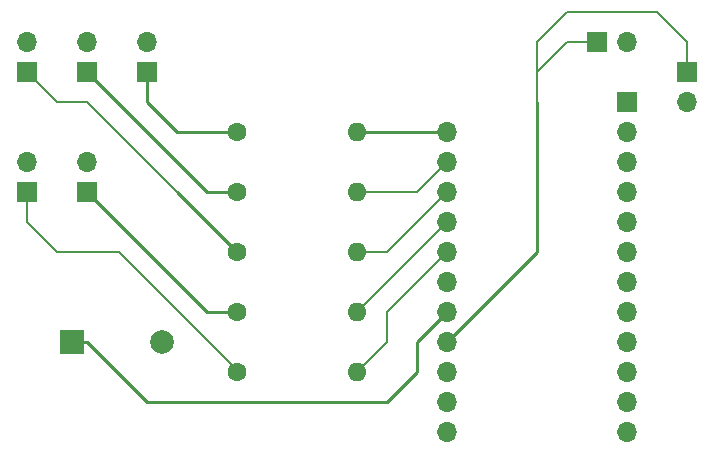
<source format=gbr>
%TF.GenerationSoftware,KiCad,Pcbnew,(6.0.2)*%
%TF.CreationDate,2022-03-10T22:00:07-05:00*%
%TF.ProjectId,letmein,6c65746d-6569-46e2-9e6b-696361645f70,rev?*%
%TF.SameCoordinates,Original*%
%TF.FileFunction,Copper,L1,Top*%
%TF.FilePolarity,Positive*%
%FSLAX46Y46*%
G04 Gerber Fmt 4.6, Leading zero omitted, Abs format (unit mm)*
G04 Created by KiCad (PCBNEW (6.0.2)) date 2022-03-10 22:00:07*
%MOMM*%
%LPD*%
G01*
G04 APERTURE LIST*
%TA.AperFunction,ComponentPad*%
%ADD10R,1.700000X1.700000*%
%TD*%
%TA.AperFunction,ComponentPad*%
%ADD11O,1.700000X1.700000*%
%TD*%
%TA.AperFunction,ComponentPad*%
%ADD12C,1.600000*%
%TD*%
%TA.AperFunction,ComponentPad*%
%ADD13O,1.600000X1.600000*%
%TD*%
%TA.AperFunction,ComponentPad*%
%ADD14R,2.000000X2.000000*%
%TD*%
%TA.AperFunction,ComponentPad*%
%ADD15C,2.000000*%
%TD*%
%TA.AperFunction,Conductor*%
%ADD16C,0.250000*%
%TD*%
%TA.AperFunction,Conductor*%
%ADD17C,0.200000*%
%TD*%
G04 APERTURE END LIST*
D10*
%TO.P,Button_ACK,1*%
%TO.N,N/C*%
X157480000Y-71120000D03*
D11*
%TO.P,Button_ACK,2*%
X160020000Y-71120000D03*
%TD*%
%TO.P,TinyS2,1*%
%TO.N,N/C*%
X144780000Y-78740000D03*
%TO.P,TinyS2,2*%
X144780000Y-81280000D03*
%TO.P,TinyS2,3*%
X144780000Y-83820000D03*
%TO.P,TinyS2,4*%
X144780000Y-86360000D03*
%TO.P,TinyS2,5*%
X144780000Y-88900000D03*
%TO.P,TinyS2,6*%
X144780000Y-91440000D03*
%TO.P,TinyS2,7*%
X144780000Y-93980000D03*
%TO.P,TinyS2,8*%
X144780000Y-96520000D03*
%TO.P,TinyS2,9*%
X144780000Y-99060000D03*
%TO.P,TinyS2,10*%
X144780000Y-101600000D03*
%TO.P,TinyS2,11*%
X144780000Y-104140000D03*
%TD*%
D12*
%TO.P,R_N_str,1*%
%TO.N,N/C*%
X127000000Y-93980000D03*
D13*
%TO.P,R_N_str,2*%
X137160000Y-93980000D03*
%TD*%
D11*
%TO.P,Button_STFU,2*%
%TO.N,N/C*%
X165100000Y-76200000D03*
D10*
%TO.P,Button_STFU,1*%
X165100000Y-73660000D03*
%TD*%
D11*
%TO.P,LED_1,2*%
%TO.N,N/C*%
X109220000Y-71120000D03*
D10*
%TO.P,LED_1,1*%
X109220000Y-73660000D03*
%TD*%
D11*
%TO.P,LED_A,2*%
%TO.N,N/C*%
X114300000Y-71120000D03*
D10*
%TO.P,LED_A,1*%
X114300000Y-73660000D03*
%TD*%
%TO.P,LED_L,1*%
%TO.N,N/C*%
X109220000Y-83820000D03*
D11*
%TO.P,LED_L,2*%
X109220000Y-81280000D03*
%TD*%
D12*
%TO.P,R_lvl_A,1*%
%TO.N,N/C*%
X127000000Y-83820000D03*
D13*
%TO.P,R_lvl_A,2*%
X137160000Y-83820000D03*
%TD*%
D14*
%TO.P,Buzzer,1*%
%TO.N,N/C*%
X113040000Y-96520000D03*
D15*
%TO.P,Buzzer,2*%
X120640000Y-96520000D03*
%TD*%
D12*
%TO.P,R_L_well,1*%
%TO.N,N/C*%
X127000000Y-99060000D03*
D13*
%TO.P,R_L_well,2*%
X137160000Y-99060000D03*
%TD*%
D10*
%TO.P,LED_N,1*%
%TO.N,N/C*%
X114300000Y-83820000D03*
D11*
%TO.P,LED_N,2*%
X114300000Y-81280000D03*
%TD*%
%TO.P,LED_S,2*%
%TO.N,N/C*%
X119380000Y-71120000D03*
D10*
%TO.P,LED_S,1*%
X119380000Y-73660000D03*
%TD*%
D12*
%TO.P,R_S_str,1*%
%TO.N,N/C*%
X127000000Y-78740000D03*
D13*
%TO.P,R_S_str,2*%
X137160000Y-78740000D03*
%TD*%
D10*
%TO.P, ,1*%
%TO.N,N/C*%
X160020000Y-76200000D03*
D11*
%TO.P, ,2*%
X160020000Y-78740000D03*
%TO.P, ,3*%
X160020000Y-81280000D03*
%TO.P, ,4*%
X160020000Y-83820000D03*
%TO.P, ,5*%
X160020000Y-86360000D03*
%TO.P, ,6*%
X160020000Y-88900000D03*
%TO.P, ,7*%
X160020000Y-91440000D03*
%TO.P, ,8*%
X160020000Y-93980000D03*
%TO.P, ,9*%
X160020000Y-96520000D03*
%TO.P, ,10*%
X160020000Y-99060000D03*
%TO.P, ,11*%
X160020000Y-101600000D03*
%TO.P, ,12*%
X160020000Y-104140000D03*
%TD*%
D12*
%TO.P,R_lvl_1,1*%
%TO.N,N/C*%
X127000000Y-88900000D03*
D13*
%TO.P,R_lvl_1,2*%
X137160000Y-88900000D03*
%TD*%
D16*
%TO.N,*%
X142240000Y-99060000D02*
X142240000Y-96520000D01*
X139700000Y-101600000D02*
X142240000Y-99060000D01*
X144780000Y-93980000D02*
X142240000Y-96520000D01*
X139700000Y-101600000D02*
X119380000Y-101600000D01*
X119380000Y-101600000D02*
X114300000Y-96520000D01*
X114300000Y-96520000D02*
X113040000Y-96520000D01*
D17*
X114300000Y-76200000D02*
X111760000Y-76200000D01*
X111760000Y-76200000D02*
X109220000Y-73660000D01*
X121920000Y-83820000D02*
X114300000Y-76200000D01*
D16*
X119380000Y-76200000D02*
X119380000Y-73660000D01*
X121920000Y-78740000D02*
X119380000Y-76200000D01*
X124460000Y-83820000D02*
X114300000Y-73660000D01*
X121920000Y-83820000D02*
X127000000Y-88900000D01*
D17*
X165100000Y-71120000D02*
X165100000Y-73660000D01*
X162560000Y-68580000D02*
X165100000Y-71120000D01*
X152400000Y-71120000D02*
X154940000Y-68580000D01*
X152400000Y-73660000D02*
X152400000Y-71120000D01*
X154940000Y-68580000D02*
X162560000Y-68580000D01*
X152400000Y-76200000D02*
X152400000Y-73660000D01*
X152400000Y-73660000D02*
X154940000Y-71120000D01*
X154940000Y-71120000D02*
X157480000Y-71120000D01*
D16*
X152400000Y-88900000D02*
X144780000Y-96520000D01*
X152400000Y-76200000D02*
X152400000Y-88900000D01*
X127000000Y-78740000D02*
X121920000Y-78740000D01*
X127000000Y-93980000D02*
X124460000Y-93980000D01*
X124460000Y-93980000D02*
X114300000Y-83820000D01*
X127000000Y-83820000D02*
X124460000Y-83820000D01*
D17*
X111760000Y-88900000D02*
X116840000Y-88900000D01*
X109220000Y-83820000D02*
X109220000Y-86360000D01*
X109220000Y-86360000D02*
X111760000Y-88900000D01*
X116980000Y-88900000D02*
X116840000Y-88900000D01*
D16*
X144780000Y-78740000D02*
X137160000Y-78740000D01*
D17*
X139700000Y-96520000D02*
X137160000Y-99060000D01*
X127140000Y-99060000D02*
X116980000Y-88900000D01*
X139700000Y-88900000D02*
X144780000Y-83820000D01*
X144780000Y-81280000D02*
X142240000Y-83820000D01*
X139700000Y-93980000D02*
X139700000Y-96520000D01*
X139700000Y-93980000D02*
X144780000Y-88900000D01*
X137160000Y-93980000D02*
X144780000Y-86360000D01*
X142240000Y-83820000D02*
X137160000Y-83820000D01*
X137160000Y-88900000D02*
X139700000Y-88900000D01*
%TD*%
M02*

</source>
